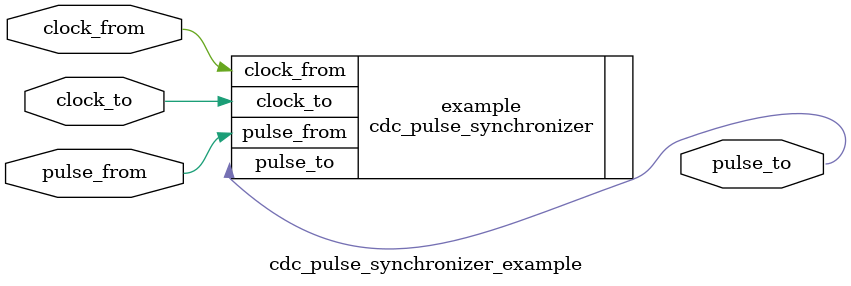
<source format=v>

module cdc_pulse_synchronizer_example
#(
    parameter PULSE_LENGTH = 3,
    parameter EXTRA_DEPTH  = 1
)
(
    input   wire    clock_from,
    input   wire    pulse_from,
    input   wire    clock_to,
    output  wire    pulse_to
);

    cdc_pulse_synchronizer
    #(
        .PULSE_LENGTH   (PULSE_LENGTH),
        .EXTRA_DEPTH    (EXTRA_DEPTH)
    )
    example
    (
        .clock_from     (clock_from),
        .pulse_from     (pulse_from),
        .clock_to       (clock_to),
        .pulse_to       (pulse_to)
    );

endmodule


</source>
